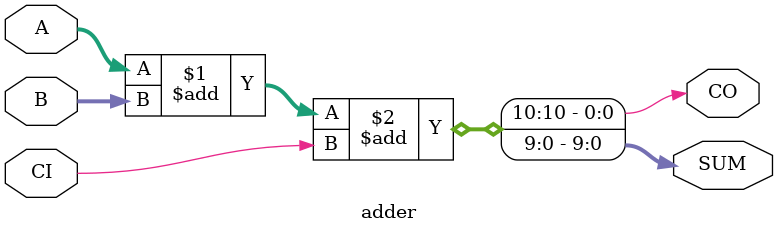
<source format=v>
module adder (
	input [9:0] A, B,
	input CI,
	output [9:0] SUM,
	output CO
);
	assign {CO, SUM} = A + B + CI;
endmodule

</source>
